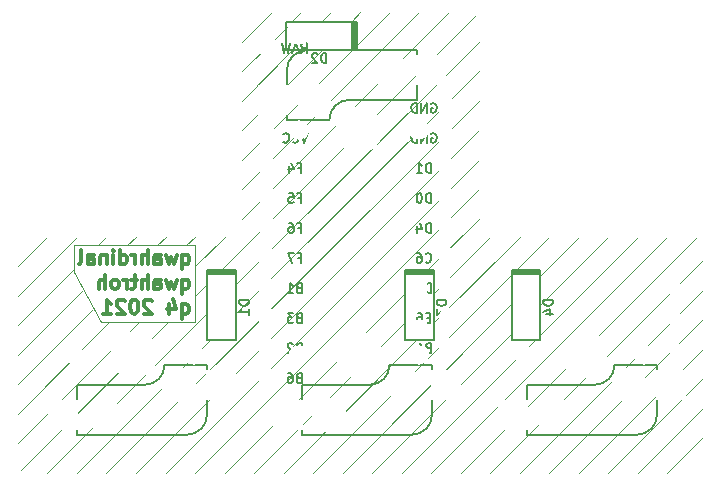
<source format=gbo>
G04 #@! TF.GenerationSoftware,KiCad,Pcbnew,(5.1.10)-1*
G04 #@! TF.CreationDate,2021-12-21T01:23:29-06:00*
G04 #@! TF.ProjectId,arrow,6172726f-772e-46b6-9963-61645f706362,rev?*
G04 #@! TF.SameCoordinates,Original*
G04 #@! TF.FileFunction,Legend,Bot*
G04 #@! TF.FilePolarity,Positive*
%FSLAX46Y46*%
G04 Gerber Fmt 4.6, Leading zero omitted, Abs format (unit mm)*
G04 Created by KiCad (PCBNEW (5.1.10)-1) date 2021-12-21 01:23:29*
%MOMM*%
%LPD*%
G01*
G04 APERTURE LIST*
%ADD10C,0.120000*%
%ADD11C,0.300000*%
%ADD12C,0.150000*%
%ADD13C,0.200000*%
%ADD14C,1.752600*%
%ADD15R,2.550000X2.500000*%
%ADD16C,3.980180*%
%ADD17C,2.950000*%
%ADD18C,1.700000*%
%ADD19O,1.700000X1.700000*%
%ADD20R,1.700000X1.700000*%
%ADD21R,1.400000X1.200000*%
%ADD22R,1.200000X1.400000*%
G04 APERTURE END LIST*
D10*
X229500000Y-125500000D02*
X209000000Y-146000000D01*
D11*
X204405000Y-141042857D02*
X204405000Y-142242857D01*
X204405000Y-141785714D02*
X204519285Y-141842857D01*
X204747857Y-141842857D01*
X204862142Y-141785714D01*
X204919285Y-141728571D01*
X204976428Y-141614285D01*
X204976428Y-141271428D01*
X204919285Y-141157142D01*
X204862142Y-141100000D01*
X204747857Y-141042857D01*
X204519285Y-141042857D01*
X204405000Y-141100000D01*
X203947857Y-141042857D02*
X203719285Y-141842857D01*
X203490714Y-141271428D01*
X203262142Y-141842857D01*
X203033571Y-141042857D01*
X202062142Y-141842857D02*
X202062142Y-141214285D01*
X202119285Y-141100000D01*
X202233571Y-141042857D01*
X202462142Y-141042857D01*
X202576428Y-141100000D01*
X202062142Y-141785714D02*
X202176428Y-141842857D01*
X202462142Y-141842857D01*
X202576428Y-141785714D01*
X202633571Y-141671428D01*
X202633571Y-141557142D01*
X202576428Y-141442857D01*
X202462142Y-141385714D01*
X202176428Y-141385714D01*
X202062142Y-141328571D01*
X201490714Y-141842857D02*
X201490714Y-140642857D01*
X200976428Y-141842857D02*
X200976428Y-141214285D01*
X201033571Y-141100000D01*
X201147857Y-141042857D01*
X201319285Y-141042857D01*
X201433571Y-141100000D01*
X201490714Y-141157142D01*
X200405000Y-141842857D02*
X200405000Y-141042857D01*
X200405000Y-141271428D02*
X200347857Y-141157142D01*
X200290714Y-141100000D01*
X200176428Y-141042857D01*
X200062142Y-141042857D01*
X199147857Y-141842857D02*
X199147857Y-140642857D01*
X199147857Y-141785714D02*
X199262142Y-141842857D01*
X199490714Y-141842857D01*
X199605000Y-141785714D01*
X199662142Y-141728571D01*
X199719285Y-141614285D01*
X199719285Y-141271428D01*
X199662142Y-141157142D01*
X199605000Y-141100000D01*
X199490714Y-141042857D01*
X199262142Y-141042857D01*
X199147857Y-141100000D01*
X198576428Y-141842857D02*
X198576428Y-141042857D01*
X198576428Y-140642857D02*
X198633571Y-140700000D01*
X198576428Y-140757142D01*
X198519285Y-140700000D01*
X198576428Y-140642857D01*
X198576428Y-140757142D01*
X198005000Y-141042857D02*
X198005000Y-141842857D01*
X198005000Y-141157142D02*
X197947857Y-141100000D01*
X197833571Y-141042857D01*
X197662142Y-141042857D01*
X197547857Y-141100000D01*
X197490714Y-141214285D01*
X197490714Y-141842857D01*
X196405000Y-141842857D02*
X196405000Y-141214285D01*
X196462142Y-141100000D01*
X196576428Y-141042857D01*
X196805000Y-141042857D01*
X196919285Y-141100000D01*
X196405000Y-141785714D02*
X196519285Y-141842857D01*
X196805000Y-141842857D01*
X196919285Y-141785714D01*
X196976428Y-141671428D01*
X196976428Y-141557142D01*
X196919285Y-141442857D01*
X196805000Y-141385714D01*
X196519285Y-141385714D01*
X196405000Y-141328571D01*
X195662142Y-141842857D02*
X195776428Y-141785714D01*
X195833571Y-141671428D01*
X195833571Y-140642857D01*
X204405000Y-143142857D02*
X204405000Y-144342857D01*
X204405000Y-143885714D02*
X204519285Y-143942857D01*
X204747857Y-143942857D01*
X204862142Y-143885714D01*
X204919285Y-143828571D01*
X204976428Y-143714285D01*
X204976428Y-143371428D01*
X204919285Y-143257142D01*
X204862142Y-143200000D01*
X204747857Y-143142857D01*
X204519285Y-143142857D01*
X204405000Y-143200000D01*
X203947857Y-143142857D02*
X203719285Y-143942857D01*
X203490714Y-143371428D01*
X203262142Y-143942857D01*
X203033571Y-143142857D01*
X202062142Y-143942857D02*
X202062142Y-143314285D01*
X202119285Y-143200000D01*
X202233571Y-143142857D01*
X202462142Y-143142857D01*
X202576428Y-143200000D01*
X202062142Y-143885714D02*
X202176428Y-143942857D01*
X202462142Y-143942857D01*
X202576428Y-143885714D01*
X202633571Y-143771428D01*
X202633571Y-143657142D01*
X202576428Y-143542857D01*
X202462142Y-143485714D01*
X202176428Y-143485714D01*
X202062142Y-143428571D01*
X201490714Y-143942857D02*
X201490714Y-142742857D01*
X200976428Y-143942857D02*
X200976428Y-143314285D01*
X201033571Y-143200000D01*
X201147857Y-143142857D01*
X201319285Y-143142857D01*
X201433571Y-143200000D01*
X201490714Y-143257142D01*
X200576428Y-143142857D02*
X200119285Y-143142857D01*
X200405000Y-142742857D02*
X200405000Y-143771428D01*
X200347857Y-143885714D01*
X200233571Y-143942857D01*
X200119285Y-143942857D01*
X199719285Y-143942857D02*
X199719285Y-143142857D01*
X199719285Y-143371428D02*
X199662142Y-143257142D01*
X199605000Y-143200000D01*
X199490714Y-143142857D01*
X199376428Y-143142857D01*
X198805000Y-143942857D02*
X198919285Y-143885714D01*
X198976428Y-143828571D01*
X199033571Y-143714285D01*
X199033571Y-143371428D01*
X198976428Y-143257142D01*
X198919285Y-143200000D01*
X198805000Y-143142857D01*
X198633571Y-143142857D01*
X198519285Y-143200000D01*
X198462142Y-143257142D01*
X198405000Y-143371428D01*
X198405000Y-143714285D01*
X198462142Y-143828571D01*
X198519285Y-143885714D01*
X198633571Y-143942857D01*
X198805000Y-143942857D01*
X197890714Y-143942857D02*
X197890714Y-142742857D01*
X197376428Y-143942857D02*
X197376428Y-143314285D01*
X197433571Y-143200000D01*
X197547857Y-143142857D01*
X197719285Y-143142857D01*
X197833571Y-143200000D01*
X197890714Y-143257142D01*
X204405000Y-145242857D02*
X204405000Y-146442857D01*
X204405000Y-145985714D02*
X204519285Y-146042857D01*
X204747857Y-146042857D01*
X204862142Y-145985714D01*
X204919285Y-145928571D01*
X204976428Y-145814285D01*
X204976428Y-145471428D01*
X204919285Y-145357142D01*
X204862142Y-145300000D01*
X204747857Y-145242857D01*
X204519285Y-145242857D01*
X204405000Y-145300000D01*
X203319285Y-145242857D02*
X203319285Y-146042857D01*
X203605000Y-144785714D02*
X203890714Y-145642857D01*
X203147857Y-145642857D01*
X201833571Y-144957142D02*
X201776428Y-144900000D01*
X201662142Y-144842857D01*
X201376428Y-144842857D01*
X201262142Y-144900000D01*
X201205000Y-144957142D01*
X201147857Y-145071428D01*
X201147857Y-145185714D01*
X201205000Y-145357142D01*
X201890714Y-146042857D01*
X201147857Y-146042857D01*
X200405000Y-144842857D02*
X200290714Y-144842857D01*
X200176428Y-144900000D01*
X200119285Y-144957142D01*
X200062142Y-145071428D01*
X200005000Y-145300000D01*
X200005000Y-145585714D01*
X200062142Y-145814285D01*
X200119285Y-145928571D01*
X200176428Y-145985714D01*
X200290714Y-146042857D01*
X200405000Y-146042857D01*
X200519285Y-145985714D01*
X200576428Y-145928571D01*
X200633571Y-145814285D01*
X200690714Y-145585714D01*
X200690714Y-145300000D01*
X200633571Y-145071428D01*
X200576428Y-144957142D01*
X200519285Y-144900000D01*
X200405000Y-144842857D01*
X199547857Y-144957142D02*
X199490714Y-144900000D01*
X199376428Y-144842857D01*
X199090714Y-144842857D01*
X198976428Y-144900000D01*
X198919285Y-144957142D01*
X198862142Y-145071428D01*
X198862142Y-145185714D01*
X198919285Y-145357142D01*
X199605000Y-146042857D01*
X198862142Y-146042857D01*
X197719285Y-146042857D02*
X198405000Y-146042857D01*
X198062142Y-146042857D02*
X198062142Y-144842857D01*
X198176428Y-145014285D01*
X198290714Y-145128571D01*
X198405000Y-145185714D01*
D10*
X195250000Y-142500000D02*
X197500000Y-146750000D01*
X198250000Y-146750000D02*
X197500000Y-146750000D01*
X198250000Y-146750000D02*
X205500000Y-146750000D01*
X195250000Y-140250000D02*
X195250000Y-142500000D01*
X205500000Y-140250000D02*
X195250000Y-140250000D01*
X205500000Y-146750000D02*
X205500000Y-140250000D01*
X209000000Y-143500000D02*
X229500000Y-123000000D01*
X205500000Y-144500000D02*
X206500000Y-143500000D01*
X223000000Y-159500000D02*
X234250000Y-148250000D01*
X220500000Y-159500000D02*
X232250000Y-147750000D01*
X234750000Y-142750000D02*
X238000000Y-139500000D01*
X213000000Y-159500000D02*
X224250000Y-148250000D01*
X210500000Y-159500000D02*
X223250000Y-146750000D01*
X208000000Y-159500000D02*
X223250000Y-144250000D01*
X213250000Y-121750000D02*
X209500000Y-125500000D01*
X219500000Y-120500000D02*
X218750000Y-121250000D01*
X209500000Y-128000000D02*
X213750000Y-123750000D01*
X205500000Y-142000000D02*
X208000000Y-139500000D01*
X204750000Y-140250000D02*
X205500000Y-139500000D01*
X203000000Y-139500000D02*
X202250000Y-140250000D01*
X200500000Y-139500000D02*
X199750000Y-140250000D01*
X198000000Y-139500000D02*
X197250000Y-140250000D01*
X229250000Y-120750000D02*
X207500000Y-142500000D01*
X190500000Y-142000000D02*
X193000000Y-139500000D01*
X195500000Y-139500000D02*
X190500000Y-144500000D01*
X190500000Y-147000000D02*
X195250000Y-142250000D01*
X196000000Y-144000000D02*
X190500000Y-149500000D01*
X190500000Y-152000000D02*
X196900000Y-145600000D01*
X198250000Y-146750000D02*
X190500000Y-154500000D01*
X190500000Y-157000000D02*
X200750000Y-146750000D01*
X209500000Y-123000000D02*
X212000000Y-120500000D01*
X216250000Y-121250000D02*
X217000000Y-120500000D01*
X214500000Y-120500000D02*
X213750000Y-121250000D01*
X209500000Y-138000000D02*
X227000000Y-120500000D01*
X216250000Y-123750000D02*
X209500000Y-130500000D01*
X193000000Y-159500000D02*
X206500000Y-146000000D01*
X203250000Y-146750000D02*
X190750000Y-159250000D01*
X224500000Y-120500000D02*
X209500000Y-135500000D01*
X209500000Y-133000000D02*
X222000000Y-120500000D01*
X203000000Y-159500000D02*
X229500000Y-133000000D01*
X206750000Y-148250000D02*
X195500000Y-159500000D01*
X225000000Y-142500000D02*
X229500000Y-138000000D01*
X229500000Y-135500000D02*
X205500000Y-159500000D01*
X229500000Y-130500000D02*
X200500000Y-159500000D01*
X198000000Y-159500000D02*
X229500000Y-128000000D01*
X218000000Y-159500000D02*
X232250000Y-145250000D01*
X230500000Y-139500000D02*
X225750000Y-144250000D01*
X234750000Y-147750000D02*
X243000000Y-139500000D01*
X240500000Y-139500000D02*
X234750000Y-145250000D01*
X235500000Y-139500000D02*
X215500000Y-159500000D01*
X225750000Y-146750000D02*
X233000000Y-139500000D01*
X233000000Y-159500000D02*
X248500000Y-144000000D01*
X245500000Y-139500000D02*
X225500000Y-159500000D01*
X238000000Y-159500000D02*
X248500000Y-149000000D01*
X248500000Y-146500000D02*
X235500000Y-159500000D01*
X248500000Y-141500000D02*
X230500000Y-159500000D01*
X228000000Y-159500000D02*
X248000000Y-139500000D01*
X248500000Y-151500000D02*
X240500000Y-159500000D01*
X243000000Y-159500000D02*
X248500000Y-154000000D01*
X248500000Y-156500000D02*
X245500000Y-159500000D01*
D12*
X241010000Y-150385000D02*
G75*
G02*
X239335000Y-152060000I-1675000J0D01*
G01*
X244605000Y-154600000D02*
G75*
G02*
X242930000Y-156275000I-1675000J0D01*
G01*
X244605000Y-150385000D02*
X241010000Y-150385000D01*
X244605000Y-154600000D02*
X244605000Y-150385000D01*
X233605000Y-156270000D02*
X233605000Y-152060000D01*
X242930000Y-156275000D02*
X233605000Y-156275000D01*
X239335000Y-152060000D02*
X233605000Y-152060000D01*
X221960000Y-150385000D02*
G75*
G02*
X220285000Y-152060000I-1675000J0D01*
G01*
X225555000Y-154600000D02*
G75*
G02*
X223880000Y-156275000I-1675000J0D01*
G01*
X225555000Y-150385000D02*
X221960000Y-150385000D01*
X225555000Y-154600000D02*
X225555000Y-150385000D01*
X214555000Y-156270000D02*
X214555000Y-152060000D01*
X223880000Y-156275000D02*
X214555000Y-156275000D01*
X220285000Y-152060000D02*
X214555000Y-152060000D01*
X216880000Y-129605000D02*
G75*
G02*
X218555000Y-127930000I1675000J0D01*
G01*
X213285000Y-125390000D02*
G75*
G02*
X214960000Y-123715000I1675000J0D01*
G01*
X213285000Y-129605000D02*
X216880000Y-129605000D01*
X213285000Y-125390000D02*
X213285000Y-129605000D01*
X224285000Y-123720000D02*
X224285000Y-127930000D01*
X214960000Y-123715000D02*
X224285000Y-123715000D01*
X218555000Y-127930000D02*
X224285000Y-127930000D01*
X202910000Y-150385000D02*
G75*
G02*
X201235000Y-152060000I-1675000J0D01*
G01*
X206505000Y-154600000D02*
G75*
G02*
X204830000Y-156275000I-1675000J0D01*
G01*
X206505000Y-150385000D02*
X202910000Y-150385000D01*
X206505000Y-154600000D02*
X206505000Y-150385000D01*
X195505000Y-156270000D02*
X195505000Y-152060000D01*
X204830000Y-156275000D02*
X195505000Y-156275000D01*
X201235000Y-152060000D02*
X195505000Y-152060000D01*
D13*
X234700000Y-142425000D02*
X232300000Y-142425000D01*
X232300000Y-142700000D02*
X234700000Y-142700000D01*
X232300000Y-142575000D02*
X234700000Y-142575000D01*
X232300000Y-142300000D02*
X232300000Y-148300000D01*
X232300000Y-148300000D02*
X234700000Y-148300000D01*
X234700000Y-148300000D02*
X234700000Y-142300000D01*
X234700000Y-142300000D02*
X232300000Y-142300000D01*
X225700000Y-142425000D02*
X223300000Y-142425000D01*
X223300000Y-142700000D02*
X225700000Y-142700000D01*
X223300000Y-142575000D02*
X225700000Y-142575000D01*
X223300000Y-142300000D02*
X223300000Y-148300000D01*
X223300000Y-148300000D02*
X225700000Y-148300000D01*
X225700000Y-148300000D02*
X225700000Y-142300000D01*
X225700000Y-142300000D02*
X223300000Y-142300000D01*
X219075000Y-123700000D02*
X219075000Y-121300000D01*
X218800000Y-121300000D02*
X218800000Y-123700000D01*
X218925000Y-121300000D02*
X218925000Y-123700000D01*
X219200000Y-121300000D02*
X213200000Y-121300000D01*
X213200000Y-121300000D02*
X213200000Y-123700000D01*
X213200000Y-123700000D02*
X219200000Y-123700000D01*
X219200000Y-123700000D02*
X219200000Y-121300000D01*
X208950000Y-142425000D02*
X206550000Y-142425000D01*
X206550000Y-142700000D02*
X208950000Y-142700000D01*
X206550000Y-142575000D02*
X208950000Y-142575000D01*
X206550000Y-142300000D02*
X206550000Y-148300000D01*
X206550000Y-148300000D02*
X208950000Y-148300000D01*
X208950000Y-148300000D02*
X208950000Y-142300000D01*
X208950000Y-142300000D02*
X206550000Y-142300000D01*
D12*
X214282809Y-148904107D02*
X214168523Y-148942202D01*
X214130428Y-148980297D01*
X214092333Y-149056488D01*
X214092333Y-149170773D01*
X214130428Y-149246964D01*
X214168523Y-149285059D01*
X214244714Y-149323154D01*
X214549476Y-149323154D01*
X214549476Y-148523154D01*
X214282809Y-148523154D01*
X214206619Y-148561250D01*
X214168523Y-148599345D01*
X214130428Y-148675535D01*
X214130428Y-148751726D01*
X214168523Y-148827916D01*
X214206619Y-148866011D01*
X214282809Y-148904107D01*
X214549476Y-148904107D01*
X213787571Y-148599345D02*
X213749476Y-148561250D01*
X213673285Y-148523154D01*
X213482809Y-148523154D01*
X213406619Y-148561250D01*
X213368523Y-148599345D01*
X213330428Y-148675535D01*
X213330428Y-148751726D01*
X213368523Y-148866011D01*
X213825666Y-149323154D01*
X213330428Y-149323154D01*
X214225666Y-141284107D02*
X214492333Y-141284107D01*
X214492333Y-141703154D02*
X214492333Y-140903154D01*
X214111380Y-140903154D01*
X213882809Y-140903154D02*
X213349476Y-140903154D01*
X213692333Y-141703154D01*
X214225666Y-138744107D02*
X214492333Y-138744107D01*
X214492333Y-139163154D02*
X214492333Y-138363154D01*
X214111380Y-138363154D01*
X213463761Y-138363154D02*
X213616142Y-138363154D01*
X213692333Y-138401250D01*
X213730428Y-138439345D01*
X213806619Y-138553630D01*
X213844714Y-138706011D01*
X213844714Y-139010773D01*
X213806619Y-139086964D01*
X213768523Y-139125059D01*
X213692333Y-139163154D01*
X213539952Y-139163154D01*
X213463761Y-139125059D01*
X213425666Y-139086964D01*
X213387571Y-139010773D01*
X213387571Y-138820297D01*
X213425666Y-138744107D01*
X213463761Y-138706011D01*
X213539952Y-138667916D01*
X213692333Y-138667916D01*
X213768523Y-138706011D01*
X213806619Y-138744107D01*
X213844714Y-138820297D01*
X214225666Y-136204107D02*
X214492333Y-136204107D01*
X214492333Y-136623154D02*
X214492333Y-135823154D01*
X214111380Y-135823154D01*
X213425666Y-135823154D02*
X213806619Y-135823154D01*
X213844714Y-136204107D01*
X213806619Y-136166011D01*
X213730428Y-136127916D01*
X213539952Y-136127916D01*
X213463761Y-136166011D01*
X213425666Y-136204107D01*
X213387571Y-136280297D01*
X213387571Y-136470773D01*
X213425666Y-136546964D01*
X213463761Y-136585059D01*
X213539952Y-136623154D01*
X213730428Y-136623154D01*
X213806619Y-136585059D01*
X213844714Y-136546964D01*
X214511380Y-123923154D02*
X214778047Y-123542202D01*
X214968523Y-123923154D02*
X214968523Y-123123154D01*
X214663761Y-123123154D01*
X214587571Y-123161250D01*
X214549476Y-123199345D01*
X214511380Y-123275535D01*
X214511380Y-123389821D01*
X214549476Y-123466011D01*
X214587571Y-123504107D01*
X214663761Y-123542202D01*
X214968523Y-123542202D01*
X214206619Y-123694583D02*
X213825666Y-123694583D01*
X214282809Y-123923154D02*
X214016142Y-123123154D01*
X213749476Y-123923154D01*
X213559000Y-123123154D02*
X213368523Y-123923154D01*
X213216142Y-123351726D01*
X213063761Y-123923154D01*
X212873285Y-123123154D01*
X215025666Y-130743154D02*
X214759000Y-131543154D01*
X214492333Y-130743154D01*
X213768523Y-131466964D02*
X213806619Y-131505059D01*
X213920904Y-131543154D01*
X213997095Y-131543154D01*
X214111380Y-131505059D01*
X214187571Y-131428869D01*
X214225666Y-131352678D01*
X214263761Y-131200297D01*
X214263761Y-131086011D01*
X214225666Y-130933630D01*
X214187571Y-130857440D01*
X214111380Y-130781250D01*
X213997095Y-130743154D01*
X213920904Y-130743154D01*
X213806619Y-130781250D01*
X213768523Y-130819345D01*
X212968523Y-131466964D02*
X213006619Y-131505059D01*
X213120904Y-131543154D01*
X213197095Y-131543154D01*
X213311380Y-131505059D01*
X213387571Y-131428869D01*
X213425666Y-131352678D01*
X213463761Y-131200297D01*
X213463761Y-131086011D01*
X213425666Y-130933630D01*
X213387571Y-130857440D01*
X213311380Y-130781250D01*
X213197095Y-130743154D01*
X213120904Y-130743154D01*
X213006619Y-130781250D01*
X212968523Y-130819345D01*
X214225666Y-133664107D02*
X214492333Y-133664107D01*
X214492333Y-134083154D02*
X214492333Y-133283154D01*
X214111380Y-133283154D01*
X213463761Y-133549821D02*
X213463761Y-134083154D01*
X213654238Y-133245059D02*
X213844714Y-133816488D01*
X213349476Y-133816488D01*
X214282809Y-143824107D02*
X214168523Y-143862202D01*
X214130428Y-143900297D01*
X214092333Y-143976488D01*
X214092333Y-144090773D01*
X214130428Y-144166964D01*
X214168523Y-144205059D01*
X214244714Y-144243154D01*
X214549476Y-144243154D01*
X214549476Y-143443154D01*
X214282809Y-143443154D01*
X214206619Y-143481250D01*
X214168523Y-143519345D01*
X214130428Y-143595535D01*
X214130428Y-143671726D01*
X214168523Y-143747916D01*
X214206619Y-143786011D01*
X214282809Y-143824107D01*
X214549476Y-143824107D01*
X213330428Y-144243154D02*
X213787571Y-144243154D01*
X213559000Y-144243154D02*
X213559000Y-143443154D01*
X213635190Y-143557440D01*
X213711380Y-143633630D01*
X213787571Y-143671726D01*
X214282809Y-146364107D02*
X214168523Y-146402202D01*
X214130428Y-146440297D01*
X214092333Y-146516488D01*
X214092333Y-146630773D01*
X214130428Y-146706964D01*
X214168523Y-146745059D01*
X214244714Y-146783154D01*
X214549476Y-146783154D01*
X214549476Y-145983154D01*
X214282809Y-145983154D01*
X214206619Y-146021250D01*
X214168523Y-146059345D01*
X214130428Y-146135535D01*
X214130428Y-146211726D01*
X214168523Y-146287916D01*
X214206619Y-146326011D01*
X214282809Y-146364107D01*
X214549476Y-146364107D01*
X213825666Y-145983154D02*
X213330428Y-145983154D01*
X213597095Y-146287916D01*
X213482809Y-146287916D01*
X213406619Y-146326011D01*
X213368523Y-146364107D01*
X213330428Y-146440297D01*
X213330428Y-146630773D01*
X213368523Y-146706964D01*
X213406619Y-146745059D01*
X213482809Y-146783154D01*
X213711380Y-146783154D01*
X213787571Y-146745059D01*
X213825666Y-146706964D01*
X214282809Y-151444107D02*
X214168523Y-151482202D01*
X214130428Y-151520297D01*
X214092333Y-151596488D01*
X214092333Y-151710773D01*
X214130428Y-151786964D01*
X214168523Y-151825059D01*
X214244714Y-151863154D01*
X214549476Y-151863154D01*
X214549476Y-151063154D01*
X214282809Y-151063154D01*
X214206619Y-151101250D01*
X214168523Y-151139345D01*
X214130428Y-151215535D01*
X214130428Y-151291726D01*
X214168523Y-151367916D01*
X214206619Y-151406011D01*
X214282809Y-151444107D01*
X214549476Y-151444107D01*
X213406619Y-151063154D02*
X213559000Y-151063154D01*
X213635190Y-151101250D01*
X213673285Y-151139345D01*
X213749476Y-151253630D01*
X213787571Y-151406011D01*
X213787571Y-151710773D01*
X213749476Y-151786964D01*
X213711380Y-151825059D01*
X213635190Y-151863154D01*
X213482809Y-151863154D01*
X213406619Y-151825059D01*
X213368523Y-151786964D01*
X213330428Y-151710773D01*
X213330428Y-151520297D01*
X213368523Y-151444107D01*
X213406619Y-151406011D01*
X213482809Y-151367916D01*
X213635190Y-151367916D01*
X213711380Y-151406011D01*
X213749476Y-151444107D01*
X213787571Y-151520297D01*
X225204809Y-148904107D02*
X225090523Y-148942202D01*
X225052428Y-148980297D01*
X225014333Y-149056488D01*
X225014333Y-149170773D01*
X225052428Y-149246964D01*
X225090523Y-149285059D01*
X225166714Y-149323154D01*
X225471476Y-149323154D01*
X225471476Y-148523154D01*
X225204809Y-148523154D01*
X225128619Y-148561250D01*
X225090523Y-148599345D01*
X225052428Y-148675535D01*
X225052428Y-148751726D01*
X225090523Y-148827916D01*
X225128619Y-148866011D01*
X225204809Y-148904107D01*
X225471476Y-148904107D01*
X224328619Y-148789821D02*
X224328619Y-149323154D01*
X224519095Y-148485059D02*
X224709571Y-149056488D01*
X224214333Y-149056488D01*
X225433380Y-146364107D02*
X225166714Y-146364107D01*
X225052428Y-146783154D02*
X225433380Y-146783154D01*
X225433380Y-145983154D01*
X225052428Y-145983154D01*
X224366714Y-145983154D02*
X224519095Y-145983154D01*
X224595285Y-146021250D01*
X224633380Y-146059345D01*
X224709571Y-146173630D01*
X224747666Y-146326011D01*
X224747666Y-146630773D01*
X224709571Y-146706964D01*
X224671476Y-146745059D01*
X224595285Y-146783154D01*
X224442904Y-146783154D01*
X224366714Y-146745059D01*
X224328619Y-146706964D01*
X224290523Y-146630773D01*
X224290523Y-146440297D01*
X224328619Y-146364107D01*
X224366714Y-146326011D01*
X224442904Y-146287916D01*
X224595285Y-146287916D01*
X224671476Y-146326011D01*
X224709571Y-146364107D01*
X224747666Y-146440297D01*
X225471476Y-144243154D02*
X225471476Y-143443154D01*
X225281000Y-143443154D01*
X225166714Y-143481250D01*
X225090523Y-143557440D01*
X225052428Y-143633630D01*
X225014333Y-143786011D01*
X225014333Y-143900297D01*
X225052428Y-144052678D01*
X225090523Y-144128869D01*
X225166714Y-144205059D01*
X225281000Y-144243154D01*
X225471476Y-144243154D01*
X224747666Y-143443154D02*
X224214333Y-143443154D01*
X224557190Y-144243154D01*
X225014333Y-141626964D02*
X225052428Y-141665059D01*
X225166714Y-141703154D01*
X225242904Y-141703154D01*
X225357190Y-141665059D01*
X225433380Y-141588869D01*
X225471476Y-141512678D01*
X225509571Y-141360297D01*
X225509571Y-141246011D01*
X225471476Y-141093630D01*
X225433380Y-141017440D01*
X225357190Y-140941250D01*
X225242904Y-140903154D01*
X225166714Y-140903154D01*
X225052428Y-140941250D01*
X225014333Y-140979345D01*
X224328619Y-140903154D02*
X224481000Y-140903154D01*
X224557190Y-140941250D01*
X224595285Y-140979345D01*
X224671476Y-141093630D01*
X224709571Y-141246011D01*
X224709571Y-141550773D01*
X224671476Y-141626964D01*
X224633380Y-141665059D01*
X224557190Y-141703154D01*
X224404809Y-141703154D01*
X224328619Y-141665059D01*
X224290523Y-141626964D01*
X224252428Y-141550773D01*
X224252428Y-141360297D01*
X224290523Y-141284107D01*
X224328619Y-141246011D01*
X224404809Y-141207916D01*
X224557190Y-141207916D01*
X224633380Y-141246011D01*
X224671476Y-141284107D01*
X224709571Y-141360297D01*
X225471476Y-139163154D02*
X225471476Y-138363154D01*
X225281000Y-138363154D01*
X225166714Y-138401250D01*
X225090523Y-138477440D01*
X225052428Y-138553630D01*
X225014333Y-138706011D01*
X225014333Y-138820297D01*
X225052428Y-138972678D01*
X225090523Y-139048869D01*
X225166714Y-139125059D01*
X225281000Y-139163154D01*
X225471476Y-139163154D01*
X224328619Y-138629821D02*
X224328619Y-139163154D01*
X224519095Y-138325059D02*
X224709571Y-138896488D01*
X224214333Y-138896488D01*
X225490523Y-128241250D02*
X225566714Y-128203154D01*
X225681000Y-128203154D01*
X225795285Y-128241250D01*
X225871476Y-128317440D01*
X225909571Y-128393630D01*
X225947666Y-128546011D01*
X225947666Y-128660297D01*
X225909571Y-128812678D01*
X225871476Y-128888869D01*
X225795285Y-128965059D01*
X225681000Y-129003154D01*
X225604809Y-129003154D01*
X225490523Y-128965059D01*
X225452428Y-128926964D01*
X225452428Y-128660297D01*
X225604809Y-128660297D01*
X225109571Y-129003154D02*
X225109571Y-128203154D01*
X224652428Y-129003154D01*
X224652428Y-128203154D01*
X224271476Y-129003154D02*
X224271476Y-128203154D01*
X224081000Y-128203154D01*
X223966714Y-128241250D01*
X223890523Y-128317440D01*
X223852428Y-128393630D01*
X223814333Y-128546011D01*
X223814333Y-128660297D01*
X223852428Y-128812678D01*
X223890523Y-128888869D01*
X223966714Y-128965059D01*
X224081000Y-129003154D01*
X224271476Y-129003154D01*
X225490523Y-130781250D02*
X225566714Y-130743154D01*
X225681000Y-130743154D01*
X225795285Y-130781250D01*
X225871476Y-130857440D01*
X225909571Y-130933630D01*
X225947666Y-131086011D01*
X225947666Y-131200297D01*
X225909571Y-131352678D01*
X225871476Y-131428869D01*
X225795285Y-131505059D01*
X225681000Y-131543154D01*
X225604809Y-131543154D01*
X225490523Y-131505059D01*
X225452428Y-131466964D01*
X225452428Y-131200297D01*
X225604809Y-131200297D01*
X225109571Y-131543154D02*
X225109571Y-130743154D01*
X224652428Y-131543154D01*
X224652428Y-130743154D01*
X224271476Y-131543154D02*
X224271476Y-130743154D01*
X224081000Y-130743154D01*
X223966714Y-130781250D01*
X223890523Y-130857440D01*
X223852428Y-130933630D01*
X223814333Y-131086011D01*
X223814333Y-131200297D01*
X223852428Y-131352678D01*
X223890523Y-131428869D01*
X223966714Y-131505059D01*
X224081000Y-131543154D01*
X224271476Y-131543154D01*
X225471476Y-134083154D02*
X225471476Y-133283154D01*
X225281000Y-133283154D01*
X225166714Y-133321250D01*
X225090523Y-133397440D01*
X225052428Y-133473630D01*
X225014333Y-133626011D01*
X225014333Y-133740297D01*
X225052428Y-133892678D01*
X225090523Y-133968869D01*
X225166714Y-134045059D01*
X225281000Y-134083154D01*
X225471476Y-134083154D01*
X224252428Y-134083154D02*
X224709571Y-134083154D01*
X224481000Y-134083154D02*
X224481000Y-133283154D01*
X224557190Y-133397440D01*
X224633380Y-133473630D01*
X224709571Y-133511726D01*
X225471476Y-136623154D02*
X225471476Y-135823154D01*
X225281000Y-135823154D01*
X225166714Y-135861250D01*
X225090523Y-135937440D01*
X225052428Y-136013630D01*
X225014333Y-136166011D01*
X225014333Y-136280297D01*
X225052428Y-136432678D01*
X225090523Y-136508869D01*
X225166714Y-136585059D01*
X225281000Y-136623154D01*
X225471476Y-136623154D01*
X224519095Y-135823154D02*
X224442904Y-135823154D01*
X224366714Y-135861250D01*
X224328619Y-135899345D01*
X224290523Y-135975535D01*
X224252428Y-136127916D01*
X224252428Y-136318392D01*
X224290523Y-136470773D01*
X224328619Y-136546964D01*
X224366714Y-136585059D01*
X224442904Y-136623154D01*
X224519095Y-136623154D01*
X224595285Y-136585059D01*
X224633380Y-136546964D01*
X224671476Y-136470773D01*
X224709571Y-136318392D01*
X224709571Y-136127916D01*
X224671476Y-135975535D01*
X224633380Y-135899345D01*
X224595285Y-135861250D01*
X224519095Y-135823154D01*
X235786904Y-144909523D02*
X234986904Y-144909523D01*
X234986904Y-145100000D01*
X235025000Y-145214285D01*
X235101190Y-145290476D01*
X235177380Y-145328571D01*
X235329761Y-145366666D01*
X235444047Y-145366666D01*
X235596428Y-145328571D01*
X235672619Y-145290476D01*
X235748809Y-145214285D01*
X235786904Y-145100000D01*
X235786904Y-144909523D01*
X235253571Y-146052380D02*
X235786904Y-146052380D01*
X234948809Y-145861904D02*
X235520238Y-145671428D01*
X235520238Y-146166666D01*
X226786904Y-144909523D02*
X225986904Y-144909523D01*
X225986904Y-145100000D01*
X226025000Y-145214285D01*
X226101190Y-145290476D01*
X226177380Y-145328571D01*
X226329761Y-145366666D01*
X226444047Y-145366666D01*
X226596428Y-145328571D01*
X226672619Y-145290476D01*
X226748809Y-145214285D01*
X226786904Y-145100000D01*
X226786904Y-144909523D01*
X225986904Y-145633333D02*
X225986904Y-146128571D01*
X226291666Y-145861904D01*
X226291666Y-145976190D01*
X226329761Y-146052380D01*
X226367857Y-146090476D01*
X226444047Y-146128571D01*
X226634523Y-146128571D01*
X226710714Y-146090476D01*
X226748809Y-146052380D01*
X226786904Y-145976190D01*
X226786904Y-145747619D01*
X226748809Y-145671428D01*
X226710714Y-145633333D01*
X216590476Y-124786904D02*
X216590476Y-123986904D01*
X216400000Y-123986904D01*
X216285714Y-124025000D01*
X216209523Y-124101190D01*
X216171428Y-124177380D01*
X216133333Y-124329761D01*
X216133333Y-124444047D01*
X216171428Y-124596428D01*
X216209523Y-124672619D01*
X216285714Y-124748809D01*
X216400000Y-124786904D01*
X216590476Y-124786904D01*
X215828571Y-124063095D02*
X215790476Y-124025000D01*
X215714285Y-123986904D01*
X215523809Y-123986904D01*
X215447619Y-124025000D01*
X215409523Y-124063095D01*
X215371428Y-124139285D01*
X215371428Y-124215476D01*
X215409523Y-124329761D01*
X215866666Y-124786904D01*
X215371428Y-124786904D01*
X210036904Y-144909523D02*
X209236904Y-144909523D01*
X209236904Y-145100000D01*
X209275000Y-145214285D01*
X209351190Y-145290476D01*
X209427380Y-145328571D01*
X209579761Y-145366666D01*
X209694047Y-145366666D01*
X209846428Y-145328571D01*
X209922619Y-145290476D01*
X209998809Y-145214285D01*
X210036904Y-145100000D01*
X210036904Y-144909523D01*
X210036904Y-146128571D02*
X210036904Y-145671428D01*
X210036904Y-145900000D02*
X209236904Y-145900000D01*
X209351190Y-145823809D01*
X209427380Y-145747619D01*
X209465476Y-145671428D01*
%LPC*%
D14*
X227040000Y-128641250D03*
X227040000Y-131181250D03*
X227040000Y-133721250D03*
X227040000Y-136261250D03*
X227040000Y-138801250D03*
X227040000Y-141341250D03*
X227040000Y-143881250D03*
X227040000Y-146421250D03*
X227040000Y-148961250D03*
X211800000Y-151501250D03*
X211800000Y-148961250D03*
X211800000Y-146421250D03*
X211800000Y-143881250D03*
X211800000Y-141341250D03*
X211800000Y-138801250D03*
X211800000Y-136261250D03*
X211800000Y-133721250D03*
X211800000Y-131181250D03*
X211800000Y-123561250D03*
D15*
X245830000Y-152060000D03*
D16*
X238470000Y-149520000D03*
D17*
X235930000Y-154600000D03*
X242280000Y-152060000D03*
D15*
X232380000Y-154600000D03*
D18*
X233390000Y-149520000D03*
X243550000Y-149520000D03*
D15*
X226780000Y-152060000D03*
D16*
X219420000Y-149520000D03*
D17*
X216880000Y-154600000D03*
X223230000Y-152060000D03*
D15*
X213330000Y-154600000D03*
D18*
X214340000Y-149520000D03*
X224500000Y-149520000D03*
D15*
X212060000Y-127930000D03*
D16*
X219420000Y-130470000D03*
D17*
X221960000Y-125390000D03*
X215610000Y-127930000D03*
D15*
X225510000Y-125390000D03*
D18*
X224500000Y-130470000D03*
X214340000Y-130470000D03*
D15*
X207730000Y-152060000D03*
D16*
X200370000Y-149520000D03*
D17*
X197830000Y-154600000D03*
X204180000Y-152060000D03*
D15*
X194280000Y-154600000D03*
D18*
X195290000Y-149520000D03*
X205450000Y-149520000D03*
D19*
X246520000Y-149430000D03*
X246520000Y-146890000D03*
D20*
X246520000Y-144350000D03*
D21*
X233500000Y-143800000D03*
X233500000Y-147200000D03*
X224500000Y-143800000D03*
X224500000Y-147200000D03*
D22*
X217700000Y-122500000D03*
X214300000Y-122500000D03*
D21*
X207750000Y-143800000D03*
X207750000Y-147200000D03*
M02*

</source>
